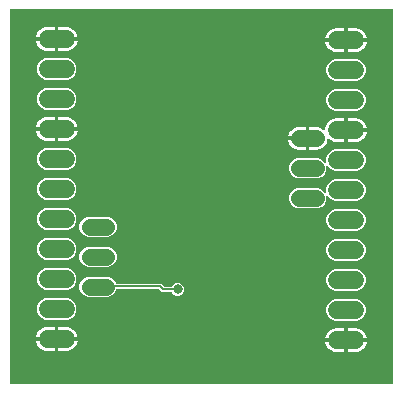
<source format=gbr>
G04 EAGLE Gerber RS-274X export*
G75*
%MOMM*%
%FSLAX34Y34*%
%LPD*%
%INBottom Copper*%
%IPPOS*%
%AMOC8*
5,1,8,0,0,1.08239X$1,22.5*%
G01*
%ADD10C,1.524000*%
%ADD11C,1.422400*%
%ADD12C,0.756400*%
%ADD13C,0.656400*%
%ADD14C,0.806400*%
%ADD15C,0.906400*%
%ADD16C,0.152400*%

G36*
X334098Y10164D02*
X334098Y10164D01*
X334117Y10162D01*
X334219Y10184D01*
X334321Y10200D01*
X334338Y10210D01*
X334358Y10214D01*
X334447Y10267D01*
X334538Y10316D01*
X334552Y10330D01*
X334569Y10340D01*
X334636Y10419D01*
X334708Y10494D01*
X334716Y10512D01*
X334729Y10527D01*
X334768Y10623D01*
X334811Y10717D01*
X334813Y10737D01*
X334821Y10755D01*
X334839Y10922D01*
X334839Y326578D01*
X334836Y326598D01*
X334838Y326617D01*
X334816Y326719D01*
X334800Y326821D01*
X334790Y326838D01*
X334786Y326858D01*
X334733Y326947D01*
X334684Y327038D01*
X334670Y327052D01*
X334660Y327069D01*
X334581Y327136D01*
X334506Y327208D01*
X334488Y327216D01*
X334473Y327229D01*
X334377Y327268D01*
X334283Y327311D01*
X334263Y327313D01*
X334245Y327321D01*
X334078Y327339D01*
X10922Y327339D01*
X10902Y327336D01*
X10883Y327338D01*
X10781Y327316D01*
X10679Y327300D01*
X10662Y327290D01*
X10642Y327286D01*
X10553Y327233D01*
X10462Y327184D01*
X10448Y327170D01*
X10431Y327160D01*
X10364Y327081D01*
X10292Y327006D01*
X10284Y326988D01*
X10271Y326973D01*
X10232Y326877D01*
X10189Y326783D01*
X10187Y326763D01*
X10179Y326745D01*
X10161Y326578D01*
X10161Y10922D01*
X10164Y10902D01*
X10162Y10883D01*
X10184Y10781D01*
X10200Y10679D01*
X10210Y10662D01*
X10214Y10642D01*
X10267Y10553D01*
X10316Y10462D01*
X10330Y10448D01*
X10340Y10431D01*
X10419Y10364D01*
X10494Y10292D01*
X10512Y10284D01*
X10527Y10271D01*
X10623Y10232D01*
X10717Y10189D01*
X10737Y10187D01*
X10755Y10179D01*
X10922Y10161D01*
X334078Y10161D01*
X334098Y10164D01*
G37*
%LPC*%
G36*
X253670Y158463D02*
X253670Y158463D01*
X250496Y159778D01*
X248066Y162208D01*
X246751Y165382D01*
X246751Y168818D01*
X248066Y171992D01*
X250496Y174422D01*
X253670Y175737D01*
X271330Y175737D01*
X274504Y174422D01*
X277036Y171890D01*
X277094Y171849D01*
X277146Y171799D01*
X277193Y171777D01*
X277235Y171747D01*
X277304Y171726D01*
X277369Y171696D01*
X277421Y171690D01*
X277471Y171675D01*
X277542Y171676D01*
X277613Y171669D01*
X277664Y171680D01*
X277716Y171681D01*
X277784Y171706D01*
X277854Y171721D01*
X277899Y171747D01*
X277947Y171765D01*
X278003Y171810D01*
X278065Y171847D01*
X278099Y171887D01*
X278139Y171919D01*
X278178Y171979D01*
X278225Y172034D01*
X278244Y172082D01*
X278272Y172126D01*
X278290Y172195D01*
X278317Y172262D01*
X278325Y172333D01*
X278333Y172365D01*
X278331Y172388D01*
X278335Y172429D01*
X278335Y175719D01*
X279727Y179080D01*
X282300Y181653D01*
X285661Y183045D01*
X304539Y183045D01*
X307900Y181653D01*
X310473Y179080D01*
X311865Y175719D01*
X311865Y172081D01*
X310473Y168720D01*
X307900Y166147D01*
X304539Y164755D01*
X285661Y164755D01*
X282300Y166147D01*
X279728Y168720D01*
X279713Y168754D01*
X279662Y168837D01*
X279616Y168923D01*
X279598Y168941D01*
X279584Y168963D01*
X279509Y169025D01*
X279438Y169092D01*
X279414Y169103D01*
X279394Y169120D01*
X279303Y169155D01*
X279215Y169196D01*
X279189Y169199D01*
X279165Y169208D01*
X279067Y169212D01*
X278971Y169223D01*
X278945Y169218D01*
X278919Y169219D01*
X278825Y169192D01*
X278730Y169171D01*
X278708Y169157D01*
X278683Y169150D01*
X278603Y169095D01*
X278519Y169045D01*
X278502Y169025D01*
X278481Y169010D01*
X278422Y168932D01*
X278359Y168858D01*
X278349Y168834D01*
X278334Y168813D01*
X278304Y168720D01*
X278267Y168630D01*
X278264Y168597D01*
X278258Y168579D01*
X278258Y168546D01*
X278249Y168463D01*
X278249Y165382D01*
X276934Y162208D01*
X274504Y159778D01*
X271330Y158463D01*
X253670Y158463D01*
G37*
%LPD*%
%LPC*%
G36*
X253670Y183863D02*
X253670Y183863D01*
X250496Y185178D01*
X248066Y187608D01*
X246751Y190782D01*
X246751Y194218D01*
X248066Y197392D01*
X250496Y199822D01*
X253670Y201137D01*
X271330Y201137D01*
X274504Y199822D01*
X277036Y197290D01*
X277094Y197249D01*
X277146Y197199D01*
X277193Y197177D01*
X277235Y197147D01*
X277304Y197126D01*
X277369Y197096D01*
X277421Y197090D01*
X277471Y197075D01*
X277542Y197076D01*
X277613Y197069D01*
X277664Y197080D01*
X277716Y197081D01*
X277784Y197106D01*
X277854Y197121D01*
X277899Y197147D01*
X277947Y197165D01*
X278003Y197210D01*
X278065Y197247D01*
X278099Y197287D01*
X278139Y197319D01*
X278178Y197379D01*
X278225Y197434D01*
X278244Y197482D01*
X278272Y197526D01*
X278290Y197595D01*
X278317Y197662D01*
X278325Y197733D01*
X278333Y197765D01*
X278331Y197788D01*
X278335Y197829D01*
X278335Y201119D01*
X279727Y204480D01*
X282300Y207053D01*
X285661Y208445D01*
X304539Y208445D01*
X307900Y207053D01*
X310473Y204480D01*
X311865Y201119D01*
X311865Y197481D01*
X310473Y194120D01*
X307900Y191547D01*
X304539Y190155D01*
X285661Y190155D01*
X282300Y191547D01*
X279728Y194120D01*
X279713Y194154D01*
X279662Y194237D01*
X279616Y194323D01*
X279598Y194341D01*
X279584Y194363D01*
X279509Y194425D01*
X279438Y194492D01*
X279414Y194503D01*
X279394Y194520D01*
X279303Y194555D01*
X279215Y194596D01*
X279189Y194599D01*
X279165Y194608D01*
X279067Y194612D01*
X278971Y194623D01*
X278945Y194618D01*
X278919Y194619D01*
X278825Y194592D01*
X278730Y194571D01*
X278708Y194557D01*
X278683Y194550D01*
X278603Y194495D01*
X278519Y194445D01*
X278502Y194425D01*
X278481Y194410D01*
X278422Y194332D01*
X278359Y194258D01*
X278349Y194234D01*
X278334Y194213D01*
X278304Y194120D01*
X278267Y194030D01*
X278264Y193997D01*
X278258Y193979D01*
X278258Y193946D01*
X278249Y193863D01*
X278249Y190782D01*
X276934Y187608D01*
X274504Y185178D01*
X271330Y183863D01*
X253670Y183863D01*
G37*
%LPD*%
%LPC*%
G36*
X76170Y83463D02*
X76170Y83463D01*
X72996Y84778D01*
X70566Y87208D01*
X69251Y90382D01*
X69251Y93818D01*
X70566Y96992D01*
X72996Y99422D01*
X76170Y100737D01*
X93830Y100737D01*
X97004Y99422D01*
X99434Y96992D01*
X100153Y95257D01*
X100214Y95157D01*
X100274Y95057D01*
X100279Y95053D01*
X100282Y95048D01*
X100372Y94973D01*
X100461Y94897D01*
X100467Y94895D01*
X100472Y94891D01*
X100580Y94849D01*
X100689Y94805D01*
X100697Y94804D01*
X100702Y94803D01*
X100720Y94802D01*
X100856Y94787D01*
X138447Y94787D01*
X140724Y92510D01*
X140798Y92457D01*
X140868Y92397D01*
X140898Y92385D01*
X140924Y92366D01*
X141011Y92339D01*
X141096Y92305D01*
X141137Y92301D01*
X141159Y92294D01*
X141191Y92295D01*
X141263Y92287D01*
X146924Y92287D01*
X147038Y92305D01*
X147155Y92323D01*
X147161Y92325D01*
X147167Y92326D01*
X147269Y92381D01*
X147374Y92434D01*
X147379Y92439D01*
X147384Y92442D01*
X147464Y92526D01*
X147546Y92610D01*
X147550Y92616D01*
X147553Y92620D01*
X147561Y92637D01*
X147627Y92757D01*
X147789Y93148D01*
X149352Y94711D01*
X151395Y95557D01*
X153605Y95557D01*
X155648Y94711D01*
X157211Y93148D01*
X158057Y91105D01*
X158057Y88895D01*
X157211Y86852D01*
X155648Y85289D01*
X153605Y84443D01*
X151395Y84443D01*
X149352Y85289D01*
X147789Y86852D01*
X147627Y87243D01*
X147566Y87342D01*
X147506Y87443D01*
X147501Y87447D01*
X147498Y87452D01*
X147408Y87526D01*
X147319Y87603D01*
X147313Y87605D01*
X147308Y87609D01*
X147200Y87651D01*
X147091Y87695D01*
X147083Y87696D01*
X147079Y87697D01*
X147060Y87698D01*
X146924Y87713D01*
X139053Y87713D01*
X136776Y89990D01*
X136702Y90043D01*
X136632Y90103D01*
X136602Y90115D01*
X136576Y90134D01*
X136489Y90161D01*
X136404Y90195D01*
X136363Y90199D01*
X136341Y90206D01*
X136309Y90205D01*
X136237Y90213D01*
X101187Y90213D01*
X101073Y90194D01*
X100957Y90177D01*
X100951Y90175D01*
X100945Y90174D01*
X100842Y90119D01*
X100737Y90066D01*
X100733Y90061D01*
X100727Y90058D01*
X100648Y89974D01*
X100565Y89890D01*
X100561Y89884D01*
X100558Y89880D01*
X100550Y89863D01*
X100484Y89743D01*
X99434Y87208D01*
X97004Y84778D01*
X93830Y83463D01*
X76170Y83463D01*
G37*
%LPD*%
%LPC*%
G36*
X40561Y191255D02*
X40561Y191255D01*
X37200Y192647D01*
X34627Y195220D01*
X33235Y198581D01*
X33235Y202219D01*
X34627Y205580D01*
X37200Y208153D01*
X40561Y209545D01*
X59439Y209545D01*
X62800Y208153D01*
X65373Y205580D01*
X66765Y202219D01*
X66765Y198581D01*
X65373Y195220D01*
X62800Y192647D01*
X59439Y191255D01*
X40561Y191255D01*
G37*
%LPD*%
%LPC*%
G36*
X285661Y139355D02*
X285661Y139355D01*
X282300Y140747D01*
X279727Y143320D01*
X278335Y146681D01*
X278335Y150319D01*
X279727Y153680D01*
X282300Y156253D01*
X285661Y157645D01*
X304539Y157645D01*
X307900Y156253D01*
X310473Y153680D01*
X311865Y150319D01*
X311865Y146681D01*
X310473Y143320D01*
X307900Y140747D01*
X304539Y139355D01*
X285661Y139355D01*
G37*
%LPD*%
%LPC*%
G36*
X40561Y140455D02*
X40561Y140455D01*
X37200Y141847D01*
X34627Y144420D01*
X33235Y147781D01*
X33235Y151419D01*
X34627Y154780D01*
X37200Y157353D01*
X40561Y158745D01*
X59439Y158745D01*
X62800Y157353D01*
X65373Y154780D01*
X66765Y151419D01*
X66765Y147781D01*
X65373Y144420D01*
X62800Y141847D01*
X59439Y140455D01*
X40561Y140455D01*
G37*
%LPD*%
%LPC*%
G36*
X40561Y165855D02*
X40561Y165855D01*
X37200Y167247D01*
X34627Y169820D01*
X33235Y173181D01*
X33235Y176819D01*
X34627Y180180D01*
X37200Y182753D01*
X40561Y184145D01*
X59439Y184145D01*
X62800Y182753D01*
X65373Y180180D01*
X66765Y176819D01*
X66765Y173181D01*
X65373Y169820D01*
X62800Y167247D01*
X59439Y165855D01*
X40561Y165855D01*
G37*
%LPD*%
%LPC*%
G36*
X285661Y266355D02*
X285661Y266355D01*
X282300Y267747D01*
X279727Y270320D01*
X278335Y273681D01*
X278335Y277319D01*
X279727Y280680D01*
X282300Y283253D01*
X285661Y284645D01*
X304539Y284645D01*
X307900Y283253D01*
X310473Y280680D01*
X311865Y277319D01*
X311865Y273681D01*
X310473Y270320D01*
X307900Y267747D01*
X304539Y266355D01*
X285661Y266355D01*
G37*
%LPD*%
%LPC*%
G36*
X285661Y63155D02*
X285661Y63155D01*
X282300Y64547D01*
X279727Y67120D01*
X278335Y70481D01*
X278335Y74119D01*
X279727Y77480D01*
X282300Y80053D01*
X285661Y81445D01*
X304539Y81445D01*
X307900Y80053D01*
X310473Y77480D01*
X311865Y74119D01*
X311865Y70481D01*
X310473Y67120D01*
X307900Y64547D01*
X304539Y63155D01*
X285661Y63155D01*
G37*
%LPD*%
%LPC*%
G36*
X40561Y64255D02*
X40561Y64255D01*
X37200Y65647D01*
X34627Y68220D01*
X33235Y71581D01*
X33235Y75219D01*
X34627Y78580D01*
X37200Y81153D01*
X40561Y82545D01*
X59439Y82545D01*
X62800Y81153D01*
X65373Y78580D01*
X66765Y75219D01*
X66765Y71581D01*
X65373Y68220D01*
X62800Y65647D01*
X59439Y64255D01*
X40561Y64255D01*
G37*
%LPD*%
%LPC*%
G36*
X40561Y267455D02*
X40561Y267455D01*
X37200Y268847D01*
X34627Y271420D01*
X33235Y274781D01*
X33235Y278419D01*
X34627Y281780D01*
X37200Y284353D01*
X40561Y285745D01*
X59439Y285745D01*
X62800Y284353D01*
X65373Y281780D01*
X66765Y278419D01*
X66765Y274781D01*
X65373Y271420D01*
X62800Y268847D01*
X59439Y267455D01*
X40561Y267455D01*
G37*
%LPD*%
%LPC*%
G36*
X285661Y88555D02*
X285661Y88555D01*
X282300Y89947D01*
X279727Y92520D01*
X278335Y95881D01*
X278335Y99519D01*
X279727Y102880D01*
X282300Y105453D01*
X285661Y106845D01*
X304539Y106845D01*
X307900Y105453D01*
X310473Y102880D01*
X311865Y99519D01*
X311865Y95881D01*
X310473Y92520D01*
X307900Y89947D01*
X304539Y88555D01*
X285661Y88555D01*
G37*
%LPD*%
%LPC*%
G36*
X40561Y242055D02*
X40561Y242055D01*
X37200Y243447D01*
X34627Y246020D01*
X33235Y249381D01*
X33235Y253019D01*
X34627Y256380D01*
X37200Y258953D01*
X40561Y260345D01*
X59439Y260345D01*
X62800Y258953D01*
X65373Y256380D01*
X66765Y253019D01*
X66765Y249381D01*
X65373Y246020D01*
X62800Y243447D01*
X59439Y242055D01*
X40561Y242055D01*
G37*
%LPD*%
%LPC*%
G36*
X285661Y240955D02*
X285661Y240955D01*
X282300Y242347D01*
X279727Y244920D01*
X278335Y248281D01*
X278335Y251919D01*
X279727Y255280D01*
X282300Y257853D01*
X285661Y259245D01*
X304539Y259245D01*
X307900Y257853D01*
X310473Y255280D01*
X311865Y251919D01*
X311865Y248281D01*
X310473Y244920D01*
X307900Y242347D01*
X304539Y240955D01*
X285661Y240955D01*
G37*
%LPD*%
%LPC*%
G36*
X40561Y89655D02*
X40561Y89655D01*
X37200Y91047D01*
X34627Y93620D01*
X33235Y96981D01*
X33235Y100619D01*
X34627Y103980D01*
X37200Y106553D01*
X40561Y107945D01*
X59439Y107945D01*
X62800Y106553D01*
X65373Y103980D01*
X66765Y100619D01*
X66765Y96981D01*
X65373Y93620D01*
X62800Y91047D01*
X59439Y89655D01*
X40561Y89655D01*
G37*
%LPD*%
%LPC*%
G36*
X285661Y113955D02*
X285661Y113955D01*
X282300Y115347D01*
X279727Y117920D01*
X278335Y121281D01*
X278335Y124919D01*
X279727Y128280D01*
X282300Y130853D01*
X285661Y132245D01*
X304539Y132245D01*
X307900Y130853D01*
X310473Y128280D01*
X311865Y124919D01*
X311865Y121281D01*
X310473Y117920D01*
X307900Y115347D01*
X304539Y113955D01*
X285661Y113955D01*
G37*
%LPD*%
%LPC*%
G36*
X40561Y115055D02*
X40561Y115055D01*
X37200Y116447D01*
X34627Y119020D01*
X33235Y122381D01*
X33235Y126019D01*
X34627Y129380D01*
X37200Y131953D01*
X40561Y133345D01*
X59439Y133345D01*
X62800Y131953D01*
X65373Y129380D01*
X66765Y126019D01*
X66765Y122381D01*
X65373Y119020D01*
X62800Y116447D01*
X59439Y115055D01*
X40561Y115055D01*
G37*
%LPD*%
%LPC*%
G36*
X264023Y208247D02*
X264023Y208247D01*
X264023Y217138D01*
X264020Y217158D01*
X264022Y217177D01*
X264000Y217279D01*
X263983Y217381D01*
X263974Y217398D01*
X263970Y217418D01*
X263917Y217507D01*
X263868Y217598D01*
X263854Y217612D01*
X263844Y217629D01*
X263765Y217696D01*
X263690Y217767D01*
X263672Y217776D01*
X263657Y217789D01*
X263561Y217827D01*
X263467Y217871D01*
X263447Y217873D01*
X263429Y217881D01*
X263262Y217899D01*
X262499Y217899D01*
X262499Y217901D01*
X263262Y217901D01*
X263282Y217904D01*
X263301Y217902D01*
X263403Y217924D01*
X263505Y217941D01*
X263522Y217950D01*
X263542Y217954D01*
X263631Y218007D01*
X263722Y218056D01*
X263736Y218070D01*
X263753Y218080D01*
X263820Y218159D01*
X263891Y218234D01*
X263900Y218252D01*
X263913Y218267D01*
X263952Y218363D01*
X263995Y218457D01*
X263997Y218477D01*
X264005Y218495D01*
X264023Y218662D01*
X264023Y227553D01*
X270372Y227553D01*
X271872Y227315D01*
X273317Y226846D01*
X274671Y226156D01*
X275900Y225263D01*
X276036Y225127D01*
X276046Y225120D01*
X276053Y225110D01*
X276146Y225048D01*
X276236Y224983D01*
X276248Y224980D01*
X276258Y224973D01*
X276364Y224944D01*
X276471Y224911D01*
X276483Y224911D01*
X276495Y224908D01*
X276605Y224914D01*
X276717Y224917D01*
X276728Y224921D01*
X276740Y224922D01*
X276843Y224963D01*
X276948Y225001D01*
X276958Y225009D01*
X276969Y225013D01*
X277053Y225085D01*
X277140Y225155D01*
X277147Y225165D01*
X277156Y225173D01*
X277213Y225268D01*
X277273Y225362D01*
X277276Y225374D01*
X277282Y225384D01*
X277327Y225546D01*
X277569Y227079D01*
X278064Y228600D01*
X278790Y230025D01*
X279730Y231319D01*
X280861Y232450D01*
X282155Y233390D01*
X283580Y234116D01*
X285101Y234611D01*
X286680Y234861D01*
X293577Y234861D01*
X293577Y225462D01*
X293580Y225442D01*
X293578Y225423D01*
X293600Y225321D01*
X293617Y225219D01*
X293626Y225202D01*
X293630Y225182D01*
X293683Y225093D01*
X293732Y225002D01*
X293746Y224988D01*
X293756Y224971D01*
X293835Y224904D01*
X293910Y224833D01*
X293928Y224824D01*
X293943Y224811D01*
X294039Y224773D01*
X294133Y224729D01*
X294153Y224727D01*
X294171Y224719D01*
X294338Y224701D01*
X295101Y224701D01*
X295101Y224699D01*
X294338Y224699D01*
X294318Y224696D01*
X294299Y224698D01*
X294197Y224676D01*
X294095Y224659D01*
X294078Y224650D01*
X294058Y224646D01*
X293969Y224593D01*
X293878Y224544D01*
X293864Y224530D01*
X293847Y224520D01*
X293780Y224441D01*
X293709Y224366D01*
X293700Y224348D01*
X293687Y224333D01*
X293648Y224237D01*
X293605Y224143D01*
X293603Y224123D01*
X293595Y224105D01*
X293577Y223938D01*
X293577Y214539D01*
X286680Y214539D01*
X285101Y214789D01*
X283580Y215284D01*
X282155Y216010D01*
X280861Y216950D01*
X280513Y217297D01*
X280504Y217304D01*
X280496Y217314D01*
X280404Y217376D01*
X280314Y217441D01*
X280302Y217444D01*
X280292Y217451D01*
X280185Y217480D01*
X280079Y217513D01*
X280066Y217513D01*
X280055Y217516D01*
X279944Y217510D01*
X279833Y217507D01*
X279821Y217503D01*
X279809Y217502D01*
X279707Y217461D01*
X279602Y217422D01*
X279592Y217415D01*
X279581Y217410D01*
X279497Y217338D01*
X279410Y217269D01*
X279403Y217259D01*
X279394Y217251D01*
X279337Y217156D01*
X279277Y217062D01*
X279274Y217050D01*
X279268Y217040D01*
X279223Y216878D01*
X279027Y215640D01*
X278558Y214195D01*
X277868Y212841D01*
X276975Y211612D01*
X275900Y210537D01*
X274671Y209644D01*
X273317Y208954D01*
X271872Y208485D01*
X270372Y208247D01*
X264023Y208247D01*
G37*
%LPD*%
%LPC*%
G36*
X76170Y134263D02*
X76170Y134263D01*
X72996Y135578D01*
X70566Y138008D01*
X69251Y141182D01*
X69251Y144618D01*
X70566Y147792D01*
X72996Y150222D01*
X76170Y151537D01*
X93830Y151537D01*
X97004Y150222D01*
X99434Y147792D01*
X100749Y144618D01*
X100749Y141182D01*
X99434Y138008D01*
X97004Y135578D01*
X93830Y134263D01*
X76170Y134263D01*
G37*
%LPD*%
%LPC*%
G36*
X76170Y108863D02*
X76170Y108863D01*
X72996Y110178D01*
X70566Y112608D01*
X69251Y115782D01*
X69251Y119218D01*
X70566Y122392D01*
X72996Y124822D01*
X76170Y126137D01*
X93830Y126137D01*
X97004Y124822D01*
X99434Y122392D01*
X100749Y119218D01*
X100749Y115782D01*
X99434Y112608D01*
X97004Y110178D01*
X93830Y108863D01*
X76170Y108863D01*
G37*
%LPD*%
%LPC*%
G36*
X51523Y303523D02*
X51523Y303523D01*
X51523Y312161D01*
X58420Y312161D01*
X59999Y311911D01*
X61520Y311416D01*
X62945Y310690D01*
X64239Y309750D01*
X65370Y308619D01*
X66310Y307325D01*
X67036Y305900D01*
X67531Y304379D01*
X67666Y303523D01*
X51523Y303523D01*
G37*
%LPD*%
%LPC*%
G36*
X296623Y302423D02*
X296623Y302423D01*
X296623Y311061D01*
X303520Y311061D01*
X305099Y310811D01*
X306620Y310316D01*
X308045Y309590D01*
X309339Y308650D01*
X310470Y307519D01*
X311410Y306225D01*
X312136Y304800D01*
X312631Y303279D01*
X312766Y302423D01*
X296623Y302423D01*
G37*
%LPD*%
%LPC*%
G36*
X296623Y226223D02*
X296623Y226223D01*
X296623Y234861D01*
X303520Y234861D01*
X305099Y234611D01*
X306620Y234116D01*
X308045Y233390D01*
X309339Y232450D01*
X310470Y231319D01*
X311410Y230025D01*
X312136Y228600D01*
X312631Y227079D01*
X312766Y226223D01*
X296623Y226223D01*
G37*
%LPD*%
%LPC*%
G36*
X51523Y227323D02*
X51523Y227323D01*
X51523Y235961D01*
X58420Y235961D01*
X59999Y235711D01*
X61520Y235216D01*
X62945Y234490D01*
X64239Y233550D01*
X65370Y232419D01*
X66310Y231125D01*
X67036Y229700D01*
X67531Y228179D01*
X67666Y227323D01*
X51523Y227323D01*
G37*
%LPD*%
%LPC*%
G36*
X51523Y49523D02*
X51523Y49523D01*
X51523Y58161D01*
X58420Y58161D01*
X59999Y57911D01*
X61520Y57416D01*
X62945Y56690D01*
X64239Y55750D01*
X65370Y54619D01*
X66310Y53325D01*
X67036Y51900D01*
X67531Y50379D01*
X67666Y49523D01*
X51523Y49523D01*
G37*
%LPD*%
%LPC*%
G36*
X296623Y48423D02*
X296623Y48423D01*
X296623Y57061D01*
X303520Y57061D01*
X305099Y56811D01*
X306620Y56316D01*
X308045Y55590D01*
X309339Y54650D01*
X310470Y53519D01*
X311410Y52225D01*
X312136Y50800D01*
X312631Y49279D01*
X312766Y48423D01*
X296623Y48423D01*
G37*
%LPD*%
%LPC*%
G36*
X32334Y303523D02*
X32334Y303523D01*
X32469Y304379D01*
X32964Y305900D01*
X33690Y307325D01*
X34630Y308619D01*
X35761Y309750D01*
X37055Y310690D01*
X38480Y311416D01*
X40001Y311911D01*
X41580Y312161D01*
X48477Y312161D01*
X48477Y303523D01*
X32334Y303523D01*
G37*
%LPD*%
%LPC*%
G36*
X277434Y302423D02*
X277434Y302423D01*
X277569Y303279D01*
X278064Y304800D01*
X278790Y306225D01*
X279730Y307519D01*
X280861Y308650D01*
X282155Y309590D01*
X283580Y310316D01*
X285101Y310811D01*
X286680Y311061D01*
X293577Y311061D01*
X293577Y302423D01*
X277434Y302423D01*
G37*
%LPD*%
%LPC*%
G36*
X32334Y227323D02*
X32334Y227323D01*
X32469Y228179D01*
X32964Y229700D01*
X33690Y231125D01*
X34630Y232419D01*
X35761Y233550D01*
X37055Y234490D01*
X38480Y235216D01*
X40001Y235711D01*
X41580Y235961D01*
X48477Y235961D01*
X48477Y227323D01*
X32334Y227323D01*
G37*
%LPD*%
%LPC*%
G36*
X32334Y49523D02*
X32334Y49523D01*
X32469Y50379D01*
X32964Y51900D01*
X33690Y53325D01*
X34630Y54619D01*
X35761Y55750D01*
X37055Y56690D01*
X38480Y57416D01*
X40001Y57911D01*
X41580Y58161D01*
X48477Y58161D01*
X48477Y49523D01*
X32334Y49523D01*
G37*
%LPD*%
%LPC*%
G36*
X277434Y48423D02*
X277434Y48423D01*
X277569Y49279D01*
X278064Y50800D01*
X278790Y52225D01*
X279730Y53519D01*
X280861Y54650D01*
X282155Y55590D01*
X283580Y56316D01*
X285101Y56811D01*
X286680Y57061D01*
X293577Y57061D01*
X293577Y48423D01*
X277434Y48423D01*
G37*
%LPD*%
%LPC*%
G36*
X51523Y291839D02*
X51523Y291839D01*
X51523Y300477D01*
X67666Y300477D01*
X67531Y299621D01*
X67036Y298100D01*
X66310Y296675D01*
X65370Y295381D01*
X64239Y294250D01*
X62945Y293310D01*
X61520Y292584D01*
X59999Y292089D01*
X58420Y291839D01*
X51523Y291839D01*
G37*
%LPD*%
%LPC*%
G36*
X296623Y214539D02*
X296623Y214539D01*
X296623Y223177D01*
X312766Y223177D01*
X312631Y222321D01*
X312136Y220800D01*
X311410Y219375D01*
X310470Y218081D01*
X309339Y216950D01*
X308045Y216010D01*
X306620Y215284D01*
X305099Y214789D01*
X303520Y214539D01*
X296623Y214539D01*
G37*
%LPD*%
%LPC*%
G36*
X51523Y215639D02*
X51523Y215639D01*
X51523Y224277D01*
X67666Y224277D01*
X67531Y223421D01*
X67036Y221900D01*
X66310Y220475D01*
X65370Y219181D01*
X64239Y218050D01*
X62945Y217110D01*
X61520Y216384D01*
X59999Y215889D01*
X58420Y215639D01*
X51523Y215639D01*
G37*
%LPD*%
%LPC*%
G36*
X296623Y290739D02*
X296623Y290739D01*
X296623Y299377D01*
X312766Y299377D01*
X312631Y298521D01*
X312136Y297000D01*
X311410Y295575D01*
X310470Y294281D01*
X309339Y293150D01*
X308045Y292210D01*
X306620Y291484D01*
X305099Y290989D01*
X303520Y290739D01*
X296623Y290739D01*
G37*
%LPD*%
%LPC*%
G36*
X51523Y37839D02*
X51523Y37839D01*
X51523Y46477D01*
X67666Y46477D01*
X67531Y45621D01*
X67036Y44100D01*
X66310Y42675D01*
X65370Y41381D01*
X64239Y40250D01*
X62945Y39310D01*
X61520Y38584D01*
X59999Y38089D01*
X58420Y37839D01*
X51523Y37839D01*
G37*
%LPD*%
%LPC*%
G36*
X296623Y36739D02*
X296623Y36739D01*
X296623Y45377D01*
X312766Y45377D01*
X312631Y44521D01*
X312136Y43000D01*
X311410Y41575D01*
X310470Y40281D01*
X309339Y39150D01*
X308045Y38210D01*
X306620Y37484D01*
X305099Y36989D01*
X303520Y36739D01*
X296623Y36739D01*
G37*
%LPD*%
%LPC*%
G36*
X41580Y215639D02*
X41580Y215639D01*
X40001Y215889D01*
X38480Y216384D01*
X37055Y217110D01*
X35761Y218050D01*
X34630Y219181D01*
X33690Y220475D01*
X32964Y221900D01*
X32469Y223421D01*
X32334Y224277D01*
X48477Y224277D01*
X48477Y215639D01*
X41580Y215639D01*
G37*
%LPD*%
%LPC*%
G36*
X286680Y290739D02*
X286680Y290739D01*
X285101Y290989D01*
X283580Y291484D01*
X282155Y292210D01*
X280861Y293150D01*
X279730Y294281D01*
X278790Y295575D01*
X278064Y297000D01*
X277569Y298521D01*
X277434Y299377D01*
X293577Y299377D01*
X293577Y290739D01*
X286680Y290739D01*
G37*
%LPD*%
%LPC*%
G36*
X41580Y291839D02*
X41580Y291839D01*
X40001Y292089D01*
X38480Y292584D01*
X37055Y293310D01*
X35761Y294250D01*
X34630Y295381D01*
X33690Y296675D01*
X32964Y298100D01*
X32469Y299621D01*
X32334Y300477D01*
X48477Y300477D01*
X48477Y291839D01*
X41580Y291839D01*
G37*
%LPD*%
%LPC*%
G36*
X41580Y37839D02*
X41580Y37839D01*
X40001Y38089D01*
X38480Y38584D01*
X37055Y39310D01*
X35761Y40250D01*
X34630Y41381D01*
X33690Y42675D01*
X32964Y44100D01*
X32469Y45621D01*
X32334Y46477D01*
X48477Y46477D01*
X48477Y37839D01*
X41580Y37839D01*
G37*
%LPD*%
%LPC*%
G36*
X286680Y36739D02*
X286680Y36739D01*
X285101Y36989D01*
X283580Y37484D01*
X282155Y38210D01*
X280861Y39150D01*
X279730Y40281D01*
X278790Y41575D01*
X278064Y43000D01*
X277569Y44521D01*
X277434Y45377D01*
X293577Y45377D01*
X293577Y36739D01*
X286680Y36739D01*
G37*
%LPD*%
%LPC*%
G36*
X245856Y219423D02*
X245856Y219423D01*
X245973Y220160D01*
X246442Y221605D01*
X247132Y222959D01*
X248025Y224188D01*
X249100Y225263D01*
X250329Y226156D01*
X251683Y226846D01*
X253128Y227315D01*
X254628Y227553D01*
X260977Y227553D01*
X260977Y219423D01*
X245856Y219423D01*
G37*
%LPD*%
%LPC*%
G36*
X254628Y208247D02*
X254628Y208247D01*
X253128Y208485D01*
X251683Y208954D01*
X250329Y209644D01*
X249100Y210537D01*
X248025Y211612D01*
X247132Y212841D01*
X246442Y214195D01*
X245973Y215640D01*
X245856Y216377D01*
X260977Y216377D01*
X260977Y208247D01*
X254628Y208247D01*
G37*
%LPD*%
%LPC*%
G36*
X49999Y301999D02*
X49999Y301999D01*
X49999Y302001D01*
X50001Y302001D01*
X50001Y301999D01*
X49999Y301999D01*
G37*
%LPD*%
%LPC*%
G36*
X49999Y225799D02*
X49999Y225799D01*
X49999Y225801D01*
X50001Y225801D01*
X50001Y225799D01*
X49999Y225799D01*
G37*
%LPD*%
%LPC*%
G36*
X295099Y300899D02*
X295099Y300899D01*
X295099Y300901D01*
X295101Y300901D01*
X295101Y300899D01*
X295099Y300899D01*
G37*
%LPD*%
%LPC*%
G36*
X49999Y47999D02*
X49999Y47999D01*
X49999Y48001D01*
X50001Y48001D01*
X50001Y47999D01*
X49999Y47999D01*
G37*
%LPD*%
%LPC*%
G36*
X295099Y46899D02*
X295099Y46899D01*
X295099Y46901D01*
X295101Y46901D01*
X295101Y46899D01*
X295099Y46899D01*
G37*
%LPD*%
D10*
X302720Y300900D02*
X287480Y300900D01*
X287480Y275500D02*
X302720Y275500D01*
X302720Y250100D02*
X287480Y250100D01*
X287480Y224700D02*
X302720Y224700D01*
X302720Y199300D02*
X287480Y199300D01*
X287480Y173900D02*
X302720Y173900D01*
X302720Y148500D02*
X287480Y148500D01*
X287480Y123100D02*
X302720Y123100D01*
X302720Y97700D02*
X287480Y97700D01*
X287480Y72300D02*
X302720Y72300D01*
X302720Y46900D02*
X287480Y46900D01*
D11*
X269612Y217900D02*
X255388Y217900D01*
X255388Y192500D02*
X269612Y192500D01*
X269612Y167100D02*
X255388Y167100D01*
X92112Y92100D02*
X77888Y92100D01*
X77888Y117500D02*
X92112Y117500D01*
X92112Y142900D02*
X77888Y142900D01*
D10*
X57620Y302000D02*
X42380Y302000D01*
X42380Y276600D02*
X57620Y276600D01*
X57620Y251200D02*
X42380Y251200D01*
X42380Y225800D02*
X57620Y225800D01*
X57620Y200400D02*
X42380Y200400D01*
X42380Y175000D02*
X57620Y175000D01*
X57620Y149600D02*
X42380Y149600D01*
X42380Y124200D02*
X57620Y124200D01*
X57620Y98800D02*
X42380Y98800D01*
X42380Y73400D02*
X57620Y73400D01*
X57620Y48000D02*
X42380Y48000D01*
D12*
X125000Y85000D03*
X125000Y200000D03*
X232500Y107500D03*
D13*
X162500Y145000D03*
X162500Y130000D03*
X195000Y145000D03*
X192500Y177500D03*
D14*
X207500Y275000D03*
D12*
X15000Y72500D03*
X320000Y115000D03*
D15*
X92500Y70000D03*
X202500Y50000D03*
X220000Y87500D03*
D14*
X152500Y90000D03*
D16*
X140000Y90000D01*
X137500Y92500D01*
X85400Y92500D02*
X85000Y92100D01*
X85400Y92500D02*
X137500Y92500D01*
M02*

</source>
